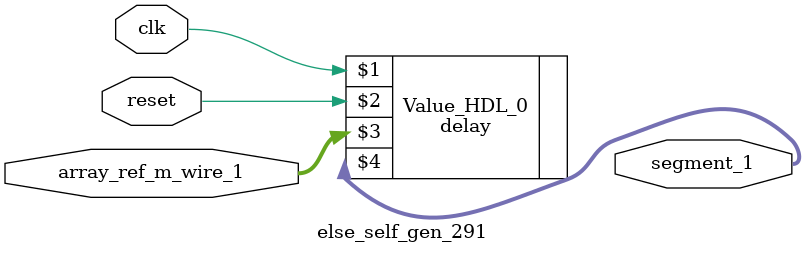
<source format=v>
module else_self_gen_291( input clk, input reset, input [31:0]array_ref_m_wire_1, output [31:0]segment_1); 
	wire [31:0]segment_1;
	//Proceed with segment_1 = array_ref_m_wire_1
	delay Value_HDL_0 ( clk, reset, array_ref_m_wire_1, segment_1);
endmodule
</source>
